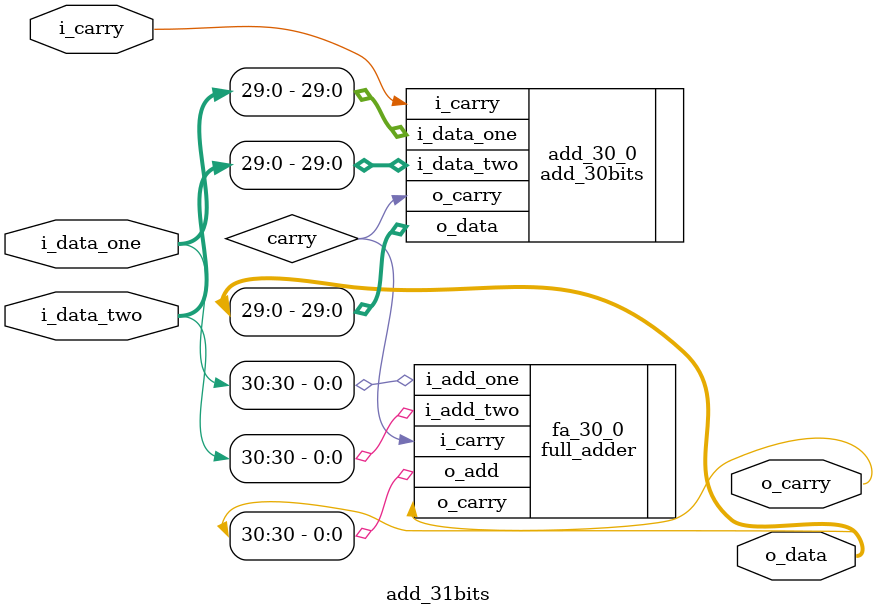
<source format=sv>
module add_31bits(
  input logic  [30:0] i_data_one,
  input logic  [30:0] i_data_two,
  input logic         i_carry,
  
  output logic [30:0] o_data,
  output logic        o_carry
);

  logic carry;

  add_30bits add_30_0(
    .i_data_one (i_data_one[29:0]),
    .i_data_two (i_data_two[29:0]),
    .i_carry    (i_carry),
    .o_data     (o_data[29:0]),
    .o_carry    (carry)
  );
  
  full_adder fa_30_0(
    .i_add_one (i_data_one[30]),
    .i_add_two (i_data_two[30]),
    .i_carry   (carry),
    .o_add     (o_data[30]),
    .o_carry   (o_carry)
  );

endmodule
</source>
